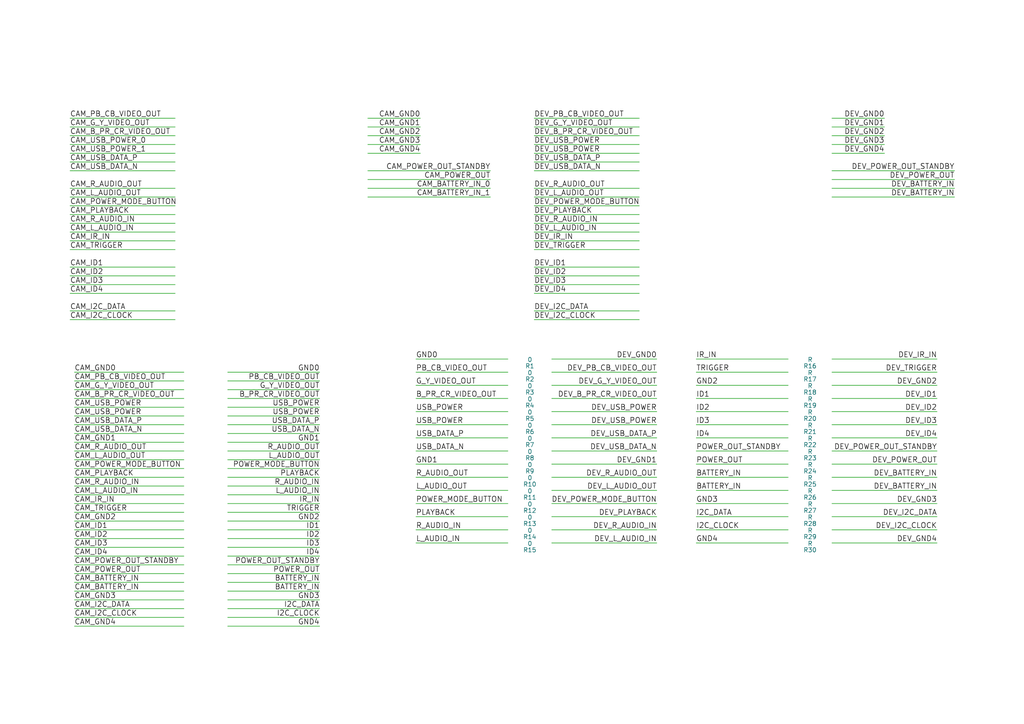
<source format=kicad_sch>
(kicad_sch (version 20230121) (generator eeschema)
  (paper "A4")
  (lib_symbols)
  (wire (pts (xy 154.94 64.77) (xy 185.42 64.77)))
  (wire (pts (xy 201.93 138.43) (xy 228.6 138.43)))
  (wire (pts (xy 120.65 142.24) (xy 147.32 142.24)))
  (wire (pts (xy 154.94 72.39) (xy 185.42 72.39)))
  (wire (pts (xy 21.59 140.97) (xy 53.34 140.97)))
  (wire (pts (xy 21.59 125.73) (xy 53.34 125.73)))
  (wire (pts (xy 201.93 115.57) (xy 228.6 115.57)))
  (wire (pts (xy 92.71 143.51) (xy 66.04 143.51)))
  (wire (pts (xy 92.71 133.35) (xy 66.04 133.35)))
  (wire (pts (xy 20.32 80.01) (xy 50.8 80.01)))
  (wire (pts (xy 121.92 44.45) (xy 106.68 44.45)))
  (wire (pts (xy 190.5 157.48) (xy 160.02 157.48)))
  (wire (pts (xy 120.65 134.62) (xy 147.32 134.62)))
  (wire (pts (xy 201.93 111.76) (xy 228.6 111.76)))
  (wire (pts (xy 154.94 49.53) (xy 185.42 49.53)))
  (wire (pts (xy 92.71 163.83) (xy 66.04 163.83)))
  (wire (pts (xy 271.78 127) (xy 241.3 127)))
  (wire (pts (xy 201.93 130.81) (xy 228.6 130.81)))
  (wire (pts (xy 20.32 82.55) (xy 50.8 82.55)))
  (wire (pts (xy 21.59 176.53) (xy 53.34 176.53)))
  (wire (pts (xy 53.34 151.13) (xy 21.59 151.13)))
  (wire (pts (xy 20.32 39.37) (xy 50.8 39.37)))
  (wire (pts (xy 120.65 138.43) (xy 147.32 138.43)))
  (wire (pts (xy 190.5 107.95) (xy 160.02 107.95)))
  (wire (pts (xy 190.5 142.24) (xy 160.02 142.24)))
  (wire (pts (xy 21.59 130.81) (xy 53.34 130.81)))
  (wire (pts (xy 21.59 179.07) (xy 53.34 179.07)))
  (wire (pts (xy 271.78 142.24) (xy 241.3 142.24)))
  (wire (pts (xy 21.59 118.11) (xy 53.34 118.11)))
  (wire (pts (xy 201.93 104.14) (xy 228.6 104.14)))
  (wire (pts (xy 271.78 107.95) (xy 241.3 107.95)))
  (wire (pts (xy 21.59 168.91) (xy 53.34 168.91)))
  (wire (pts (xy 92.71 135.89) (xy 66.04 135.89)))
  (wire (pts (xy 20.32 72.39) (xy 50.8 72.39)))
  (wire (pts (xy 190.5 138.43) (xy 160.02 138.43)))
  (wire (pts (xy 201.93 146.05) (xy 228.6 146.05)))
  (wire (pts (xy 20.32 92.71) (xy 50.8 92.71)))
  (wire (pts (xy 120.65 123.19) (xy 147.32 123.19)))
  (wire (pts (xy 20.32 41.91) (xy 50.8 41.91)))
  (wire (pts (xy 154.94 67.31) (xy 185.42 67.31)))
  (wire (pts (xy 21.59 133.35) (xy 53.34 133.35)))
  (wire (pts (xy 21.59 158.75) (xy 53.34 158.75)))
  (wire (pts (xy 120.65 111.76) (xy 147.32 111.76)))
  (wire (pts (xy 190.5 146.05) (xy 160.02 146.05)))
  (wire (pts (xy 92.71 171.45) (xy 66.04 171.45)))
  (wire (pts (xy 20.32 49.53) (xy 50.8 49.53)))
  (wire (pts (xy 271.78 146.05) (xy 241.3 146.05)))
  (wire (pts (xy 92.71 168.91) (xy 66.04 168.91)))
  (wire (pts (xy 21.59 146.05) (xy 53.34 146.05)))
  (wire (pts (xy 121.92 36.83) (xy 106.68 36.83)))
  (wire (pts (xy 271.78 130.81) (xy 241.3 130.81)))
  (wire (pts (xy 21.59 163.83) (xy 53.34 163.83)))
  (wire (pts (xy 190.5 115.57) (xy 160.02 115.57)))
  (wire (pts (xy 21.59 148.59) (xy 53.34 148.59)))
  (wire (pts (xy 21.59 123.19) (xy 53.34 123.19)))
  (wire (pts (xy 20.32 57.15) (xy 50.8 57.15)))
  (wire (pts (xy 20.32 44.45) (xy 50.8 44.45)))
  (wire (pts (xy 121.92 34.29) (xy 106.68 34.29)))
  (wire (pts (xy 120.65 127) (xy 147.32 127)))
  (wire (pts (xy 20.32 64.77) (xy 50.8 64.77)))
  (wire (pts (xy 21.59 171.45) (xy 53.34 171.45)))
  (wire (pts (xy 21.59 153.67) (xy 53.34 153.67)))
  (wire (pts (xy 92.71 173.99) (xy 66.04 173.99)))
  (wire (pts (xy 201.93 119.38) (xy 228.6 119.38)))
  (wire (pts (xy 92.71 125.73) (xy 66.04 125.73)))
  (wire (pts (xy 92.71 113.03) (xy 66.04 113.03)))
  (wire (pts (xy 201.93 153.67) (xy 228.6 153.67)))
  (wire (pts (xy 201.93 123.19) (xy 228.6 123.19)))
  (wire (pts (xy 142.24 54.61) (xy 106.68 54.61)))
  (wire (pts (xy 142.24 57.15) (xy 106.68 57.15)))
  (wire (pts (xy 154.94 92.71) (xy 185.42 92.71)))
  (wire (pts (xy 154.94 46.99) (xy 185.42 46.99)))
  (wire (pts (xy 21.59 115.57) (xy 53.34 115.57)))
  (wire (pts (xy 154.94 36.83) (xy 185.42 36.83)))
  (wire (pts (xy 92.71 166.37) (xy 66.04 166.37)))
  (wire (pts (xy 271.78 149.86) (xy 241.3 149.86)))
  (wire (pts (xy 53.34 173.99) (xy 21.59 173.99)))
  (wire (pts (xy 154.94 54.61) (xy 185.42 54.61)))
  (wire (pts (xy 92.71 179.07) (xy 66.04 179.07)))
  (wire (pts (xy 154.94 59.69) (xy 185.42 59.69)))
  (wire (pts (xy 92.71 156.21) (xy 66.04 156.21)))
  (wire (pts (xy 154.94 57.15) (xy 185.42 57.15)))
  (wire (pts (xy 154.94 90.17) (xy 185.42 90.17)))
  (wire (pts (xy 276.86 57.15) (xy 241.3 57.15)))
  (wire (pts (xy 190.5 111.76) (xy 160.02 111.76)))
  (wire (pts (xy 120.65 146.05) (xy 147.32 146.05)))
  (wire (pts (xy 154.94 44.45) (xy 185.42 44.45)))
  (wire (pts (xy 120.65 157.48) (xy 147.32 157.48)))
  (wire (pts (xy 20.32 77.47) (xy 50.8 77.47)))
  (wire (pts (xy 92.71 120.65) (xy 66.04 120.65)))
  (wire (pts (xy 21.59 143.51) (xy 53.34 143.51)))
  (wire (pts (xy 190.5 130.81) (xy 160.02 130.81)))
  (wire (pts (xy 92.71 140.97) (xy 66.04 140.97)))
  (wire (pts (xy 53.34 107.95) (xy 21.59 107.95)))
  (wire (pts (xy 120.65 119.38) (xy 147.32 119.38)))
  (wire (pts (xy 21.59 156.21) (xy 53.34 156.21)))
  (wire (pts (xy 201.93 157.48) (xy 228.6 157.48)))
  (wire (pts (xy 92.71 153.67) (xy 66.04 153.67)))
  (wire (pts (xy 190.5 104.14) (xy 160.02 104.14)))
  (wire (pts (xy 21.59 161.29) (xy 53.34 161.29)))
  (wire (pts (xy 92.71 110.49) (xy 66.04 110.49)))
  (wire (pts (xy 20.32 36.83) (xy 50.8 36.83)))
  (wire (pts (xy 121.92 39.37) (xy 106.68 39.37)))
  (wire (pts (xy 154.94 39.37) (xy 185.42 39.37)))
  (wire (pts (xy 276.86 49.53) (xy 241.3 49.53)))
  (wire (pts (xy 271.78 115.57) (xy 241.3 115.57)))
  (wire (pts (xy 154.94 82.55) (xy 185.42 82.55)))
  (wire (pts (xy 92.71 128.27) (xy 66.04 128.27)))
  (wire (pts (xy 154.94 34.29) (xy 185.42 34.29)))
  (wire (pts (xy 92.71 123.19) (xy 66.04 123.19)))
  (wire (pts (xy 190.5 119.38) (xy 160.02 119.38)))
  (wire (pts (xy 271.78 138.43) (xy 241.3 138.43)))
  (wire (pts (xy 154.94 69.85) (xy 185.42 69.85)))
  (wire (pts (xy 20.32 85.09) (xy 50.8 85.09)))
  (wire (pts (xy 21.59 138.43) (xy 53.34 138.43)))
  (wire (pts (xy 271.78 111.76) (xy 241.3 111.76)))
  (wire (pts (xy 92.71 158.75) (xy 66.04 158.75)))
  (wire (pts (xy 21.59 110.49) (xy 53.34 110.49)))
  (wire (pts (xy 92.71 146.05) (xy 66.04 146.05)))
  (wire (pts (xy 154.94 80.01) (xy 185.42 80.01)))
  (wire (pts (xy 201.93 134.62) (xy 228.6 134.62)))
  (wire (pts (xy 271.78 119.38) (xy 241.3 119.38)))
  (wire (pts (xy 92.71 107.95) (xy 66.04 107.95)))
  (wire (pts (xy 271.78 123.19) (xy 241.3 123.19)))
  (wire (pts (xy 201.93 149.86) (xy 228.6 149.86)))
  (wire (pts (xy 92.71 176.53) (xy 66.04 176.53)))
  (wire (pts (xy 201.93 142.24) (xy 228.6 142.24)))
  (wire (pts (xy 190.5 149.86) (xy 160.02 149.86)))
  (wire (pts (xy 120.65 149.86) (xy 147.32 149.86)))
  (wire (pts (xy 190.5 123.19) (xy 160.02 123.19)))
  (wire (pts (xy 20.32 90.17) (xy 50.8 90.17)))
  (wire (pts (xy 190.5 127) (xy 160.02 127)))
  (wire (pts (xy 92.71 138.43) (xy 66.04 138.43)))
  (wire (pts (xy 142.24 49.53) (xy 106.68 49.53)))
  (wire (pts (xy 276.86 54.61) (xy 241.3 54.61)))
  (wire (pts (xy 21.59 166.37) (xy 53.34 166.37)))
  (wire (pts (xy 53.34 181.61) (xy 21.59 181.61)))
  (wire (pts (xy 256.54 44.45) (xy 241.3 44.45)))
  (wire (pts (xy 256.54 39.37) (xy 241.3 39.37)))
  (wire (pts (xy 92.71 118.11) (xy 66.04 118.11)))
  (wire (pts (xy 21.59 113.03) (xy 53.34 113.03)))
  (wire (pts (xy 20.32 69.85) (xy 50.8 69.85)))
  (wire (pts (xy 92.71 148.59) (xy 66.04 148.59)))
  (wire (pts (xy 20.32 34.29) (xy 50.8 34.29)))
  (wire (pts (xy 53.34 128.27) (xy 21.59 128.27)))
  (wire (pts (xy 21.59 120.65) (xy 53.34 120.65)))
  (wire (pts (xy 190.5 134.62) (xy 160.02 134.62)))
  (wire (pts (xy 201.93 107.95) (xy 228.6 107.95)))
  (wire (pts (xy 256.54 34.29) (xy 241.3 34.29)))
  (wire (pts (xy 92.71 130.81) (xy 66.04 130.81)))
  (wire (pts (xy 120.65 153.67) (xy 147.32 153.67)))
  (wire (pts (xy 20.32 59.69) (xy 50.8 59.69)))
  (wire (pts (xy 271.78 157.48) (xy 241.3 157.48)))
  (wire (pts (xy 21.59 135.89) (xy 53.34 135.89)))
  (wire (pts (xy 120.65 107.95) (xy 147.32 107.95)))
  (wire (pts (xy 20.32 54.61) (xy 50.8 54.61)))
  (wire (pts (xy 271.78 104.14) (xy 241.3 104.14)))
  (wire (pts (xy 92.71 181.61) (xy 66.04 181.61)))
  (wire (pts (xy 276.86 52.07) (xy 241.3 52.07)))
  (wire (pts (xy 256.54 41.91) (xy 241.3 41.91)))
  (wire (pts (xy 271.78 153.67) (xy 241.3 153.67)))
  (wire (pts (xy 92.71 151.13) (xy 66.04 151.13)))
  (wire (pts (xy 20.32 62.23) (xy 50.8 62.23)))
  (wire (pts (xy 120.65 130.81) (xy 147.32 130.81)))
  (wire (pts (xy 154.94 62.23) (xy 185.42 62.23)))
  (wire (pts (xy 201.93 127) (xy 228.6 127)))
  (wire (pts (xy 20.32 67.31) (xy 50.8 67.31)))
  (wire (pts (xy 142.24 52.07) (xy 106.68 52.07)))
  (wire (pts (xy 190.5 153.67) (xy 160.02 153.67)))
  (wire (pts (xy 120.65 104.14) (xy 147.32 104.14)))
  (wire (pts (xy 256.54 36.83) (xy 241.3 36.83)))
  (wire (pts (xy 121.92 41.91) (xy 106.68 41.91)))
  (wire (pts (xy 271.78 134.62) (xy 241.3 134.62)))
  (wire (pts (xy 20.32 46.99) (xy 50.8 46.99)))
  (wire (pts (xy 154.94 41.91) (xy 185.42 41.91)))
  (wire (pts (xy 92.71 161.29) (xy 66.04 161.29)))
  (wire (pts (xy 92.71 115.57) (xy 66.04 115.57)))
  (wire (pts (xy 154.94 85.09) (xy 185.42 85.09)))
  (wire (pts (xy 154.94 77.47) (xy 185.42 77.47)))
  (wire (pts (xy 120.65 115.57) (xy 147.32 115.57)))
  (label "DEV_USB_DATA_P" (at 154.94 46.99 0) (effects (font (size 1.524 1.524))))
  (label "DEV_USB_DATA_N" (at 154.94 49.53 0) (effects (font (size 1.524 1.524))))
  (label "CAM_USB_POWER_1" (at 20.32 44.45 0) (effects (font (size 1.524 1.524))))
  (label "DEV_GND3" (at 256.54 41.91 180) (effects (font (size 1.524 1.524))))
  (label "PLAYBACK" (at 92.71 138.43 180) (effects (font (size 1.524 1.524))))
  (label "R_AUDIO_OUT" (at 92.71 130.81 180) (effects (font (size 1.524 1.524))))
  (label "GND3" (at 92.71 173.99 180) (effects (font (size 1.524 1.524))))
  (label "DEV_USB_POWER" (at 154.94 41.91 0) (effects (font (size 1.524 1.524))))
  (label "CAM_BATTERY_IN_1" (at 142.24 57.15 180) (effects (font (size 1.524 1.524))))
  (label "BATTERY_IN" (at 201.93 138.43 0) (effects (font (size 1.524 1.524))))
  (label "GND2" (at 92.71 151.13 180) (effects (font (size 1.524 1.524))))
  (label "DEV_B_PR_CR_VIDEO_OUT" (at 154.94 39.37 0) (effects (font (size 1.524 1.524))))
  (label "L_AUDIO_IN" (at 120.65 157.48 0) (effects (font (size 1.524 1.524))))
  (label "DEV_POWER_OUT" (at 276.86 52.07 180) (effects (font (size 1.524 1.524))))
  (label "DEV_L_AUDIO_IN" (at 190.5 157.48 180) (effects (font (size 1.524 1.524))))
  (label "CAM_GND2" (at 121.92 39.37 180) (effects (font (size 1.524 1.524))))
  (label "CAM_ID1" (at 20.32 77.47 0) (effects (font (size 1.524 1.524))))
  (label "DEV_POWER_OUT_STANDBY" (at 276.86 49.53 180) (effects (font (size 1.524 1.524))))
  (label "BATTERY_IN" (at 92.71 171.45 180) (effects (font (size 1.524 1.524))))
  (label "TRIGGER" (at 92.71 148.59 180) (effects (font (size 1.524 1.524))))
  (label "BATTERY_IN" (at 92.71 168.91 180) (effects (font (size 1.524 1.524))))
  (label "CAM_G_Y_VIDEO_OUT" (at 20.32 36.83 0) (effects (font (size 1.524 1.524))))
  (label "DEV_ID1" (at 154.94 77.47 0) (effects (font (size 1.524 1.524))))
  (label "GND2" (at 201.93 111.76 0) (effects (font (size 1.524 1.524))))
  (label "DEV_POWER_OUT" (at 271.78 134.62 180) (effects (font (size 1.524 1.524))))
  (label "CAM_ID4" (at 21.59 161.29 0) (effects (font (size 1.524 1.524))))
  (label "CAM_ID3" (at 20.32 82.55 0) (effects (font (size 1.524 1.524))))
  (label "CAM_I2C_CLOCK" (at 20.32 92.71 0) (effects (font (size 1.524 1.524))))
  (label "DEV_R_AUDIO_IN" (at 190.5 153.67 180) (effects (font (size 1.524 1.524))))
  (label "DEV_USB_DATA_N" (at 190.5 130.81 180) (effects (font (size 1.524 1.524))))
  (label "B_PR_CR_VIDEO_OUT" (at 120.65 115.57 0) (effects (font (size 1.524 1.524))))
  (label "DEV_USB_DATA_P" (at 190.5 127 180) (effects (font (size 1.524 1.524))))
  (label "DEV_PB_CB_VIDEO_OUT" (at 154.94 34.29 0) (effects (font (size 1.524 1.524))))
  (label "DEV_GND1" (at 256.54 36.83 180) (effects (font (size 1.524 1.524))))
  (label "ID4" (at 201.93 127 0) (effects (font (size 1.524 1.524))))
  (label "CAM_BATTERY_IN_0" (at 142.24 54.61 180) (effects (font (size 1.524 1.524))))
  (label "I2C_DATA" (at 92.71 176.53 180) (effects (font (size 1.524 1.524))))
  (label "DEV_BATTERY_IN" (at 276.86 57.15 180) (effects (font (size 1.524 1.524))))
  (label "CAM_L_AUDIO_OUT" (at 21.59 133.35 0) (effects (font (size 1.524 1.524))))
  (label "B_PR_CR_VIDEO_OUT" (at 92.71 115.57 180) (effects (font (size 1.524 1.524))))
  (label "CAM_GND0" (at 121.92 34.29 180) (effects (font (size 1.524 1.524))))
  (label "DEV_ID3" (at 271.78 123.19 180) (effects (font (size 1.524 1.524))))
  (label "DEV_I2C_CLOCK" (at 154.94 92.71 0) (effects (font (size 1.524 1.524))))
  (label "CAM_GND4" (at 121.92 44.45 180) (effects (font (size 1.524 1.524))))
  (label "CAM_R_AUDIO_OUT" (at 20.32 54.61 0) (effects (font (size 1.524 1.524))))
  (label "DEV_ID2" (at 271.78 119.38 180) (effects (font (size 1.524 1.524))))
  (label "CAM_B_PR_CR_VIDEO_OUT" (at 21.59 115.57 0) (effects (font (size 1.524 1.524))))
  (label "DEV_B_PR_CR_VIDEO_OUT" (at 190.5 115.57 180) (effects (font (size 1.524 1.524))))
  (label "DEV_G_Y_VIDEO_OUT" (at 154.94 36.83 0) (effects (font (size 1.524 1.524))))
  (label "DEV_BATTERY_IN" (at 276.86 54.61 180) (effects (font (size 1.524 1.524))))
  (label "CAM_R_AUDIO_IN" (at 21.59 140.97 0) (effects (font (size 1.524 1.524))))
  (label "DEV_POWER_OUT_STANDBY" (at 271.78 130.81 180) (effects (font (size 1.524 1.524))))
  (label "DEV_GND0" (at 256.54 34.29 180) (effects (font (size 1.524 1.524))))
  (label "DEV_USB_POWER" (at 190.5 123.19 180) (effects (font (size 1.524 1.524))))
  (label "DEV_L_AUDIO_OUT" (at 190.5 142.24 180) (effects (font (size 1.524 1.524))))
  (label "GND1" (at 92.71 128.27 180) (effects (font (size 1.524 1.524))))
  (label "CAM_USB_DATA_P" (at 20.32 46.99 0) (effects (font (size 1.524 1.524))))
  (label "DEV_ID4" (at 271.78 127 180) (effects (font (size 1.524 1.524))))
  (label "BATTERY_IN" (at 201.93 142.24 0) (effects (font (size 1.524 1.524))))
  (label "CAM_USB_POWER_0" (at 20.32 41.91 0) (effects (font (size 1.524 1.524))))
  (label "USB_DATA_N" (at 92.71 125.73 180) (effects (font (size 1.524 1.524))))
  (label "I2C_CLOCK" (at 201.93 153.67 0) (effects (font (size 1.524 1.524))))
  (label "USB_POWER" (at 92.71 120.65 180) (effects (font (size 1.524 1.524))))
  (label "GND0" (at 92.71 107.95 180) (effects (font (size 1.524 1.524))))
  (label "L_AUDIO_OUT" (at 120.65 142.24 0) (effects (font (size 1.524 1.524))))
  (label "DEV_GND3" (at 271.78 146.05 180) (effects (font (size 1.524 1.524))))
  (label "ID3" (at 201.93 123.19 0) (effects (font (size 1.524 1.524))))
  (label "DEV_R_AUDIO_OUT" (at 190.5 138.43 180) (effects (font (size 1.524 1.524))))
  (label "USB_DATA_P" (at 92.71 123.19 180) (effects (font (size 1.524 1.524))))
  (label "DEV_I2C_DATA" (at 154.94 90.17 0) (effects (font (size 1.524 1.524))))
  (label "CAM_GND1" (at 21.59 128.27 0) (effects (font (size 1.524 1.524))))
  (label "CAM_TRIGGER" (at 20.32 72.39 0) (effects (font (size 1.524 1.524))))
  (label "I2C_DATA" (at 201.93 149.86 0) (effects (font (size 1.524 1.524))))
  (label "I2C_CLOCK" (at 92.71 179.07 180) (effects (font (size 1.524 1.524))))
  (label "CAM_USB_POWER" (at 21.59 118.11 0) (effects (font (size 1.524 1.524))))
  (label "CAM_USB_DATA_N" (at 20.32 49.53 0) (effects (font (size 1.524 1.524))))
  (label "DEV_GND4" (at 271.78 157.48 180) (effects (font (size 1.524 1.524))))
  (label "POWER_OUT_STANDBY" (at 92.71 163.83 180) (effects (font (size 1.524 1.524))))
  (label "DEV_GND2" (at 256.54 39.37 180) (effects (font (size 1.524 1.524))))
  (label "DEV_G_Y_VIDEO_OUT" (at 190.5 111.76 180) (effects (font (size 1.524 1.524))))
  (label "POWER_MODE_BUTTON" (at 92.71 135.89 180) (effects (font (size 1.524 1.524))))
  (label "L_AUDIO_IN" (at 92.71 143.51 180) (effects (font (size 1.524 1.524))))
  (label "CAM_PLAYBACK" (at 21.59 138.43 0) (effects (font (size 1.524 1.524))))
  (label "GND1" (at 120.65 134.62 0) (effects (font (size 1.524 1.524))))
  (label "CAM_I2C_DATA" (at 21.59 176.53 0) (effects (font (size 1.524 1.524))))
  (label "IR_IN" (at 201.93 104.14 0) (effects (font (size 1.524 1.524))))
  (label "DEV_I2C_CLOCK" (at 271.78 153.67 180) (effects (font (size 1.524 1.524))))
  (label "CAM_POWER_OUT_STANDBY" (at 21.59 163.83 0) (effects (font (size 1.524 1.524))))
  (label "CAM_POWER_MODE_BUTTON" (at 21.59 135.89 0) (effects (font (size 1.524 1.524))))
  (label "DEV_R_AUDIO_OUT" (at 154.94 54.61 0) (effects (font (size 1.524 1.524))))
  (label "CAM_POWER_OUT" (at 142.24 52.07 180) (effects (font (size 1.524 1.524))))
  (label "CAM_GND3" (at 21.59 173.99 0) (effects (font (size 1.524 1.524))))
  (label "DEV_GND4" (at 256.54 44.45 180) (effects (font (size 1.524 1.524))))
  (label "CAM_BATTERY_IN" (at 21.59 171.45 0) (effects (font (size 1.524 1.524))))
  (label "DEV_USB_POWER" (at 154.94 44.45 0) (effects (font (size 1.524 1.524))))
  (label "DEV_BATTERY_IN" (at 271.78 138.43 180) (effects (font (size 1.524 1.524))))
  (label "CAM_BATTERY_IN" (at 21.59 168.91 0) (effects (font (size 1.524 1.524))))
  (label "PLAYBACK" (at 120.65 149.86 0) (effects (font (size 1.524 1.524))))
  (label "DEV_IR_IN" (at 154.94 69.85 0) (effects (font (size 1.524 1.524))))
  (label "CAM_POWER_OUT" (at 21.59 166.37 0) (effects (font (size 1.524 1.524))))
  (label "CAM_L_AUDIO_OUT" (at 20.32 57.15 0) (effects (font (size 1.524 1.524))))
  (label "CAM_GND0" (at 21.59 107.95 0) (effects (font (size 1.524 1.524))))
  (label "GND3" (at 201.93 146.05 0) (effects (font (size 1.524 1.524))))
  (label "CAM_GND4" (at 21.59 181.61 0) (effects (font (size 1.524 1.524))))
  (label "DEV_GND2" (at 271.78 111.76 180) (effects (font (size 1.524 1.524))))
  (label "DEV_POWER_MODE_BUTTON" (at 154.94 59.69 0) (effects (font (size 1.524 1.524))))
  (label "CAM_GND2" (at 21.59 151.13 0) (effects (font (size 1.524 1.524))))
  (label "DEV_PLAYBACK" (at 154.94 62.23 0) (effects (font (size 1.524 1.524))))
  (label "DEV_L_AUDIO_OUT" (at 154.94 57.15 0) (effects (font (size 1.524 1.524))))
  (label "CAM_GND3" (at 121.92 41.91 180) (effects (font (size 1.524 1.524))))
  (label "CAM_ID2" (at 20.32 80.01 0) (effects (font (size 1.524 1.524))))
  (label "DEV_I2C_DATA" (at 271.78 149.86 180) (effects (font (size 1.524 1.524))))
  (label "CAM_USB_DATA_N" (at 21.59 125.73 0) (effects (font (size 1.524 1.524))))
  (label "GND4" (at 92.71 181.61 180) (effects (font (size 1.524 1.524))))
  (label "TRIGGER" (at 201.93 107.95 0) (effects (font (size 1.524 1.524))))
  (label "USB_POWER" (at 92.71 118.11 180) (effects (font (size 1.524 1.524))))
  (label "USB_POWER" (at 120.65 123.19 0) (effects (font (size 1.524 1.524))))
  (label "DEV_ID4" (at 154.94 85.09 0) (effects (font (size 1.524 1.524))))
  (label "DEV_ID1" (at 271.78 115.57 180) (effects (font (size 1.524 1.524))))
  (label "CAM_ID3" (at 21.59 158.75 0) (effects (font (size 1.524 1.524))))
  (label "DEV_GND0" (at 190.5 104.14 180) (effects (font (size 1.524 1.524))))
  (label "L_AUDIO_OUT" (at 92.71 133.35 180) (effects (font (size 1.524 1.524))))
  (label "CAM_IR_IN" (at 20.32 69.85 0) (effects (font (size 1.524 1.524))))
  (label "CAM_L_AUDIO_IN" (at 21.59 143.51 0) (effects (font (size 1.524 1.524))))
  (label "CAM_R_AUDIO_IN" (at 20.32 64.77 0) (effects (font (size 1.524 1.524))))
  (label "DEV_BATTERY_IN" (at 271.78 142.24 180) (effects (font (size 1.524 1.524))))
  (label "DEV_L_AUDIO_IN" (at 154.94 67.31 0) (effects (font (size 1.524 1.524))))
  (label "USB_DATA_N" (at 120.65 130.81 0) (effects (font (size 1.524 1.524))))
  (label "PB_CB_VIDEO_OUT" (at 120.65 107.95 0) (effects (font (size 1.524 1.524))))
  (label "CAM_ID4" (at 20.32 85.09 0) (effects (font (size 1.524 1.524))))
  (label "CAM_I2C_CLOCK" (at 21.59 179.07 0) (effects (font (size 1.524 1.524))))
  (label "G_Y_VIDEO_OUT" (at 92.71 113.03 180) (effects (font (size 1.524 1.524))))
  (label "POWER_MODE_BUTTON" (at 120.65 146.05 0) (effects (font (size 1.524 1.524))))
  (label "CAM_PLAYBACK" (at 20.32 62.23 0) (effects (font (size 1.524 1.524))))
  (label "DEV_TRIGGER" (at 271.78 107.95 180) (effects (font (size 1.524 1.524))))
  (label "CAM_PB_CB_VIDEO_OUT" (at 21.59 110.49 0) (effects (font (size 1.524 1.524))))
  (label "CAM_L_AUDIO_IN" (at 20.32 67.31 0) (effects (font (size 1.524 1.524))))
  (label "CAM_ID2" (at 21.59 156.21 0) (effects (font (size 1.524 1.524))))
  (label "CAM_IR_IN" (at 21.59 146.05 0) (effects (font (size 1.524 1.524))))
  (label "IR_IN" (at 92.71 146.05 180) (effects (font (size 1.524 1.524))))
  (label "GND0" (at 120.65 104.14 0) (effects (font (size 1.524 1.524))))
  (label "USB_DATA_P" (at 120.65 127 0) (effects (font (size 1.524 1.524))))
  (label "GND4" (at 201.93 157.48 0) (effects (font (size 1.524 1.524))))
  (label "USB_POWER" (at 120.65 119.38 0) (effects (font (size 1.524 1.524))))
  (label "CAM_POWER_OUT_STANDBY" (at 142.24 49.53 180) (effects (font (size 1.524 1.524))))
  (label "CAM_R_AUDIO_OUT" (at 21.59 130.81 0) (effects (font (size 1.524 1.524))))
  (label "POWER_OUT_STANDBY" (at 201.93 130.81 0) (effects (font (size 1.524 1.524))))
  (label "ID1" (at 201.93 115.57 0) (effects (font (size 1.524 1.524))))
  (label "DEV_POWER_MODE_BUTTON" (at 190.5 146.05 180) (effects (font (size 1.524 1.524))))
  (label "DEV_PB_CB_VIDEO_OUT" (at 190.5 107.95 180) (effects (font (size 1.524 1.524))))
  (label "CAM_PB_CB_VIDEO_OUT" (at 20.32 34.29 0) (effects (font (size 1.524 1.524))))
  (label "CAM_I2C_DATA" (at 20.32 90.17 0) (effects (font (size 1.524 1.524))))
  (label "CAM_B_PR_CR_VIDEO_OUT" (at 20.32 39.37 0) (effects (font (size 1.524 1.524))))
  (label "ID2" (at 201.93 119.38 0) (effects (font (size 1.524 1.524))))
  (label "CAM_USB_DATA_P" (at 21.59 123.19 0) (effects (font (size 1.524 1.524))))
  (label "DEV_PLAYBACK" (at 190.5 149.86 180) (effects (font (size 1.524 1.524))))
  (label "DEV_TRIGGER" (at 154.94 72.39 0) (effects (font (size 1.524 1.524))))
  (label "ID4" (at 92.71 161.29 180) (effects (font (size 1.524 1.524))))
  (label "DEV_GND1" (at 190.5 134.62 180) (effects (font (size 1.524 1.524))))
  (label "CAM_POWER_MODE_BUTTON" (at 20.32 59.69 0) (effects (font (size 1.524 1.524))))
  (label "R_AUDIO_IN" (at 92.71 140.97 180) (effects (font (size 1.524 1.524))))
  (label "ID2" (at 92.71 156.21 180) (effects (font (size 1.524 1.524))))
  (label "CAM_GND1" (at 121.92 36.83 180) (effects (font (size 1.524 1.524))))
  (label "ID3" (at 92.71 158.75 180) (effects (font (size 1.524 1.524))))
  (label "PB_CB_VIDEO_OUT" (at 92.71 110.49 180) (effects (font (size 1.524 1.524))))
  (label "CAM_G_Y_VIDEO_OUT" (at 21.59 113.03 0) (effects (font (size 1.524 1.524))))
  (label "R_AUDIO_OUT" (at 120.65 138.43 0) (effects (font (size 1.524 1.524))))
  (label "CAM_TRIGGER" (at 21.59 148.59 0) (effects (font (size 1.524 1.524))))
  (label "CAM_USB_POWER" (at 21.59 120.65 0) (effects (font (size 1.524 1.524))))
  (label "DEV_ID3" (at 154.94 82.55 0) (effects (font (size 1.524 1.524))))
  (label "G_Y_VIDEO_OUT" (at 120.65 111.76 0) (effects (font (size 1.524 1.524))))
  (label "POWER_OUT" (at 92.71 166.37 180) (effects (font (size 1.524 1.524))))
  (label "ID1" (at 92.71 153.67 180) (effects (font (size 1.524 1.524))))
  (label "DEV_USB_POWER" (at 190.5 119.38 180) (effects (font (size 1.524 1.524))))
  (label "DEV_R_AUDIO_IN" (at 154.94 64.77 0) (effects (font (size 1.524 1.524))))
  (label "R_AUDIO_IN" (at 120.65 153.67 0) (effects (font (size 1.524 1.524))))
  (label "CAM_ID1" (at 21.59 153.67 0) (effects (font (size 1.524 1.524))))
  (label "DEV_IR_IN" (at 271.78 104.14 180) (effects (font (size 1.524 1.524))))
  (label "DEV_ID2" (at 154.94 80.01 0) (effects (font (size 1.524 1.524))))
  (label "POWER_OUT" (at 201.93 134.62 0) (effects (font (size 1.524 1.524))))
  (symbol (lib_id "gopro") (at 78.74 34.29 0) (unit 1)
    (property "Reference" "U1" (at 78.74 27.94 0) (effects (font (size 1.524 1.524))))
    (property "Value" "gopro" (at 78.74 30.48 0) (effects (font (size 1.524 1.524))))
    (property "Footprint" "NQBit:DD1B030HA1R500" (effects hide))
  )
  (symbol (lib_id "CONN_02X30") (at 59.69 144.78 0) (unit 1)
    (property "Reference" "P1" (at 59.69 105.41 0))
    (property "Value" "CONN_02X30" (at 59.69 144.78 90))
    (property "Footprint" "Pin_Headers:Pin_Header_Straight_2x30" (effects hide))
  )
  (symbol (lib_id "gopro") (at 213.36 34.29 0) (unit 1)
    (property "Reference" "U2" (at 213.36 27.94 0) (effects (font (size 1.524 1.524))))
    (property "Value" "gopro" (at 213.36 30.48 0) (effects (font (size 1.524 1.524))))
    (property "Footprint" "NQBit:DD1B030HA1R500" (effects hide))
  )
  (symbol (lib_id "R") (at 153.67 107.95 270) (unit 1)
    (property "Reference" "R2" (at 153.67 109.982 90))
    (property "Value" "0" (at 153.6954 108.1278 90))
    (property "Footprint" "Resistors_SMD:R_0805_HandSoldering" (effects hide))
  )
  (symbol (lib_id "R") (at 153.67 104.14 270) (unit 1)
    (property "Reference" "R1" (at 153.67 106.172 90))
    (property "Value" "0" (at 153.6954 104.3178 90))
    (property "Footprint" "Resistors_SMD:R_0805_HandSoldering" (effects hide))
  )
  (symbol (lib_id "R") (at 153.67 115.57 270) (unit 1)
    (property "Reference" "R4" (at 153.67 117.602 90))
    (property "Value" "0" (at 153.6954 115.7478 90))
    (property "Footprint" "Resistors_SMD:R_0805_HandSoldering" (effects hide))
  )
  (symbol (lib_id "R") (at 153.67 111.76 270) (unit 1)
    (property "Reference" "R3" (at 153.67 113.792 90))
    (property "Value" "0" (at 153.6954 111.9378 90))
    (property "Footprint" "Resistors_SMD:R_0805_HandSoldering" (effects hide))
  )
  (symbol (lib_id "R") (at 153.67 123.19 270) (unit 1)
    (property "Reference" "R6" (at 153.67 125.222 90))
    (property "Value" "0" (at 153.6954 123.3678 90))
    (property "Footprint" "Resistors_SMD:R_0805_HandSoldering" (effects hide))
  )
  (symbol (lib_id "R") (at 153.67 119.38 270) (unit 1)
    (property "Reference" "R5" (at 153.67 121.412 90))
    (property "Value" "0" (at 153.6954 119.5578 90))
    (property "Footprint" "Resistors_SMD:R_0805_HandSoldering" (effects hide))
  )
  (symbol (lib_id "R") (at 153.67 130.81 270) (unit 1)
    (property "Reference" "R8" (at 153.67 132.842 90))
    (property "Value" "0" (at 153.6954 130.9878 90))
    (property "Footprint" "Resistors_SMD:R_0805_HandSoldering" (effects hide))
  )
  (symbol (lib_id "R") (at 153.67 127 270) (unit 1)
    (property "Reference" "R7" (at 153.67 129.032 90))
    (property "Value" "0" (at 153.6954 127.1778 90))
    (property "Footprint" "Resistors_SMD:R_0805_HandSoldering" (effects hide))
  )
  (symbol (lib_id "R") (at 153.67 138.43 270) (unit 1)
    (property "Reference" "R10" (at 153.67 140.462 90))
    (property "Value" "0" (at 153.6954 138.6078 90))
    (property "Footprint" "Resistors_SMD:R_0805_HandSoldering" (effects hide))
  )
  (symbol (lib_id "R") (at 153.67 134.62 270) (unit 1)
    (property "Reference" "R9" (at 153.67 136.652 90))
    (property "Value" "0" (at 153.6954 134.7978 90))
    (property "Footprint" "Resistors_SMD:R_0805_HandSoldering" (effects hide))
  )
  (symbol (lib_id "R") (at 153.67 146.05 270) (unit 1)
    (property "Reference" "R12" (at 153.67 148.082 90))
    (property "Value" "0" (at 153.6954 146.2278 90))
    (property "Footprint" "Resistors_SMD:R_0805_HandSoldering" (effects hide))
  )
  (symbol (lib_id "R") (at 153.67 142.24 270) (unit 1)
    (property "Reference" "R11" (at 153.67 144.272 90))
    (property "Value" "0" (at 153.6954 142.4178 90))
    (property "Footprint" "Resistors_SMD:R_0805_HandSoldering" (effects hide))
  )
  (symbol (lib_id "R") (at 153.67 153.67 270) (unit 1)
    (property "Reference" "R14" (at 153.67 155.702 90))
    (property "Value" "0" (at 153.6954 153.8478 90))
    (property "Footprint" "Resistors_SMD:R_0805_HandSoldering" (effects hide))
  )
  (symbol (lib_id "R") (at 153.67 149.86 270) (unit 1)
    (property "Reference" "R13" (at 153.67 151.892 90))
    (property "Value" "0" (at 153.6954 150.0378 90))
    (property "Footprint" "Resistors_SMD:R_0805_HandSoldering" (effects hide))
  )
  (symbol (lib_id "R") (at 153.67 157.48 270) (unit 1)
    (property "Reference" "R15" (at 153.67 159.512 90))
    (property "Value" "0" (at 153.6954 157.6578 90))
    (property "Footprint" "Resistors_SMD:R_0805_HandSoldering" (effects hide))
  )
  (symbol (lib_id "R") (at 234.95 104.14 270) (unit 1)
    (property "Reference" "R16" (at 234.95 106.172 90))
    (property "Value" "R" (at 234.9754 104.3178 90))
    (property "Footprint" "Resistors_SMD:R_0805_HandSoldering" (effects hide))
  )
  (symbol (lib_id "R") (at 234.95 107.95 270) (unit 1)
    (property "Reference" "R17" (at 234.95 109.982 90))
    (property "Value" "R" (at 234.9754 108.1278 90))
    (property "Footprint" "Resistors_SMD:R_0805_HandSoldering" (effects hide))
  )
  (symbol (lib_id "R") (at 234.95 111.76 270) (unit 1)
    (property "Reference" "R18" (at 234.95 113.792 90))
    (property "Value" "R" (at 234.9754 111.9378 90))
    (property "Footprint" "Resistors_SMD:R_0805_HandSoldering" (effects hide))
  )
  (symbol (lib_id "R") (at 234.95 115.57 270) (unit 1)
    (property "Reference" "R19" (at 234.95 117.602 90))
    (property "Value" "R" (at 234.9754 115.7478 90))
    (property "Footprint" "Resistors_SMD:R_0805_HandSoldering" (effects hide))
  )
  (symbol (lib_id "R") (at 234.95 119.38 270) (unit 1)
    (property "Reference" "R20" (at 234.95 121.412 90))
    (property "Value" "R" (at 234.9754 119.5578 90))
    (property "Footprint" "Resistors_SMD:R_0805_HandSoldering" (effects hide))
  )
  (symbol (lib_id "R") (at 234.95 123.19 270) (unit 1)
    (property "Reference" "R21" (at 234.95 125.222 90))
    (property "Value" "R" (at 234.9754 123.3678 90))
    (property "Footprint" "Resistors_SMD:R_0805_HandSoldering" (effects hide))
  )
  (symbol (lib_id "R") (at 234.95 127 270) (unit 1)
    (property "Reference" "R22" (at 234.95 129.032 90))
    (property "Value" "R" (at 234.9754 127.1778 90))
    (property "Footprint" "Resistors_SMD:R_0805_HandSoldering" (effects hide))
  )
  (symbol (lib_id "R") (at 234.95 130.81 270) (unit 1)
    (property "Reference" "R23" (at 234.95 132.842 90))
    (property "Value" "R" (at 234.9754 130.9878 90))
    (property "Footprint" "Resistors_SMD:R_0805_HandSoldering" (effects hide))
  )
  (symbol (lib_id "R") (at 234.95 134.62 270) (unit 1)
    (property "Reference" "R24" (at 234.95 136.652 90))
    (property "Value" "R" (at 234.9754 134.7978 90))
    (property "Footprint" "Resistors_SMD:R_0805_HandSoldering" (effects hide))
  )
  (symbol (lib_id "R") (at 234.95 138.43 270) (unit 1)
    (property "Reference" "R25" (at 234.95 140.462 90))
    (property "Value" "R" (at 234.9754 138.6078 90))
    (property "Footprint" "Resistors_SMD:R_0805_HandSoldering" (effects hide))
  )
  (symbol (lib_id "R") (at 234.95 142.24 270) (unit 1)
    (property "Reference" "R26" (at 234.95 144.272 90))
    (property "Value" "R" (at 234.9754 142.4178 90))
    (property "Footprint" "Resistors_SMD:R_0805_HandSoldering" (effects hide))
  )
  (symbol (lib_id "R") (at 234.95 146.05 270) (unit 1)
    (property "Reference" "R27" (at 234.95 148.082 90))
    (property "Value" "R" (at 234.9754 146.2278 90))
    (property "Footprint" "Resistors_SMD:R_0805_HandSoldering" (effects hide))
  )
  (symbol (lib_id "R") (at 234.95 149.86 270) (unit 1)
    (property "Reference" "R28" (at 234.95 151.892 90))
    (property "Value" "R" (at 234.9754 150.0378 90))
    (property "Footprint" "Resistors_SMD:R_0805_HandSoldering" (effects hide))
  )
  (symbol (lib_id "R") (at 234.95 153.67 270) (unit 1)
    (property "Reference" "R29" (at 234.95 155.702 90))
    (property "Value" "R" (at 234.9754 153.8478 90))
    (property "Footprint" "Resistors_SMD:R_0805_HandSoldering" (effects hide))
  )
  (symbol (lib_id "R") (at 234.95 157.48 270) (unit 1)
    (property "Reference" "R30" (at 234.95 159.512 90))
    (property "Value" "R" (at 234.9754 157.6578 90))
    (property "Footprint" "Resistors_SMD:R_0805_HandSoldering" (effects hide))
  )
)
</source>
